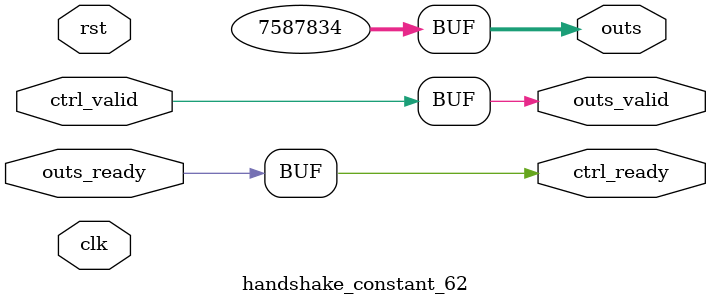
<source format=v>
`timescale 1ns / 1ps
module handshake_constant_62 #(
  parameter DATA_WIDTH = 32  // Default set to 32 bits
) (
  input                       clk,
  input                       rst,
  // Input Channel
  input                       ctrl_valid,
  output                      ctrl_ready,
  // Output Channel
  output [DATA_WIDTH - 1 : 0] outs,
  output                      outs_valid,
  input                       outs_ready
);
  assign outs       = 24'b011100111100011111111010;
  assign outs_valid = ctrl_valid;
  assign ctrl_ready = outs_ready;

endmodule

</source>
